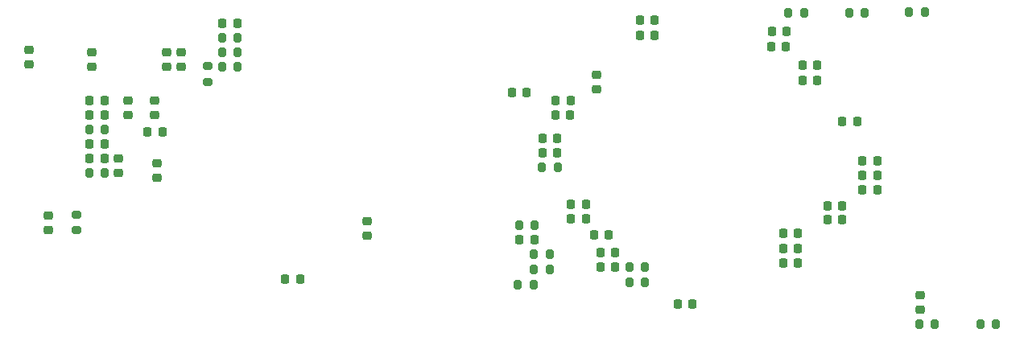
<source format=gbr>
%TF.GenerationSoftware,KiCad,Pcbnew,7.0.6-7.0.6~ubuntu20.04.1*%
%TF.CreationDate,2023-10-29T13:00:39+01:00*%
%TF.ProjectId,amurNutzlast,616d7572-4e75-4747-9a6c-6173742e6b69,rev?*%
%TF.SameCoordinates,Original*%
%TF.FileFunction,Paste,Bot*%
%TF.FilePolarity,Positive*%
%FSLAX46Y46*%
G04 Gerber Fmt 4.6, Leading zero omitted, Abs format (unit mm)*
G04 Created by KiCad (PCBNEW 7.0.6-7.0.6~ubuntu20.04.1) date 2023-10-29 13:00:39*
%MOMM*%
%LPD*%
G01*
G04 APERTURE LIST*
G04 Aperture macros list*
%AMRoundRect*
0 Rectangle with rounded corners*
0 $1 Rounding radius*
0 $2 $3 $4 $5 $6 $7 $8 $9 X,Y pos of 4 corners*
0 Add a 4 corners polygon primitive as box body*
4,1,4,$2,$3,$4,$5,$6,$7,$8,$9,$2,$3,0*
0 Add four circle primitives for the rounded corners*
1,1,$1+$1,$2,$3*
1,1,$1+$1,$4,$5*
1,1,$1+$1,$6,$7*
1,1,$1+$1,$8,$9*
0 Add four rect primitives between the rounded corners*
20,1,$1+$1,$2,$3,$4,$5,0*
20,1,$1+$1,$4,$5,$6,$7,0*
20,1,$1+$1,$6,$7,$8,$9,0*
20,1,$1+$1,$8,$9,$2,$3,0*%
G04 Aperture macros list end*
%ADD10RoundRect,0.225000X-0.225000X-0.250000X0.225000X-0.250000X0.225000X0.250000X-0.225000X0.250000X0*%
%ADD11RoundRect,0.225000X0.250000X-0.225000X0.250000X0.225000X-0.250000X0.225000X-0.250000X-0.225000X0*%
%ADD12RoundRect,0.225000X-0.250000X0.225000X-0.250000X-0.225000X0.250000X-0.225000X0.250000X0.225000X0*%
%ADD13RoundRect,0.225000X0.225000X0.250000X-0.225000X0.250000X-0.225000X-0.250000X0.225000X-0.250000X0*%
%ADD14RoundRect,0.200000X0.200000X0.275000X-0.200000X0.275000X-0.200000X-0.275000X0.200000X-0.275000X0*%
%ADD15RoundRect,0.200000X-0.200000X-0.275000X0.200000X-0.275000X0.200000X0.275000X-0.200000X0.275000X0*%
%ADD16RoundRect,0.200000X0.275000X-0.200000X0.275000X0.200000X-0.275000X0.200000X-0.275000X-0.200000X0*%
%ADD17RoundRect,0.200000X-0.275000X0.200000X-0.275000X-0.200000X0.275000X-0.200000X0.275000X0.200000X0*%
%ADD18RoundRect,0.218750X-0.218750X-0.256250X0.218750X-0.256250X0.218750X0.256250X-0.218750X0.256250X0*%
G04 APERTURE END LIST*
D10*
%TO.C,C44*%
X141175000Y-55550000D03*
X142725000Y-55550000D03*
%TD*%
D11*
%TO.C,C35*%
X73212000Y-39469000D03*
X73212000Y-37919000D03*
%TD*%
D10*
%TO.C,C2*%
X138525000Y-39250000D03*
X140075000Y-39250000D03*
%TD*%
%TO.C,C17*%
X144825000Y-50850000D03*
X146375000Y-50850000D03*
%TD*%
D12*
%TO.C,C37*%
X63772000Y-37891000D03*
X63772000Y-39441000D03*
%TD*%
D13*
%TO.C,C7*%
X122975000Y-34500000D03*
X121425000Y-34500000D03*
%TD*%
D14*
%TO.C,R22*%
X79117000Y-36408000D03*
X77467000Y-36408000D03*
%TD*%
D10*
%TO.C,C33*%
X63547000Y-47584000D03*
X65097000Y-47584000D03*
%TD*%
D14*
%TO.C,R20*%
X79117000Y-37932000D03*
X77467000Y-37932000D03*
%TD*%
%TO.C,R6*%
X138675000Y-33800000D03*
X137025000Y-33800000D03*
%TD*%
%TO.C,R4*%
X151375000Y-33700000D03*
X149725000Y-33700000D03*
%TD*%
%TO.C,R21*%
X79117000Y-39456000D03*
X77467000Y-39456000D03*
%TD*%
%TO.C,R15*%
X110375000Y-56100000D03*
X108725000Y-56100000D03*
%TD*%
D10*
%TO.C,C14*%
X136525000Y-57000000D03*
X138075000Y-57000000D03*
%TD*%
D14*
%TO.C,R7*%
X158865000Y-66562500D03*
X157215000Y-66562500D03*
%TD*%
%TO.C,R16*%
X110225000Y-62400000D03*
X108575000Y-62400000D03*
%TD*%
D13*
%TO.C,C11*%
X112725000Y-46950000D03*
X111175000Y-46950000D03*
%TD*%
%TO.C,C5*%
X115725000Y-53900000D03*
X114175000Y-53900000D03*
%TD*%
D10*
%TO.C,C41*%
X135300000Y-35750000D03*
X136850000Y-35750000D03*
%TD*%
%TO.C,C16*%
X144825000Y-49350000D03*
X146375000Y-49350000D03*
%TD*%
D11*
%TO.C,C15*%
X116900000Y-41825000D03*
X116900000Y-40275000D03*
%TD*%
D13*
%TO.C,C48*%
X114125000Y-43000000D03*
X112575000Y-43000000D03*
%TD*%
D15*
%TO.C,R8*%
X150815000Y-66512500D03*
X152465000Y-66512500D03*
%TD*%
%TO.C,R1*%
X111125000Y-50050000D03*
X112775000Y-50050000D03*
%TD*%
%TO.C,R18*%
X110275000Y-60800000D03*
X111925000Y-60800000D03*
%TD*%
%TO.C,R2*%
X120325000Y-62150000D03*
X121975000Y-62150000D03*
%TD*%
D13*
%TO.C,C8*%
X122975000Y-36100000D03*
X121425000Y-36100000D03*
%TD*%
%TO.C,C28*%
X71193000Y-46314000D03*
X69643000Y-46314000D03*
%TD*%
%TO.C,C24*%
X110325000Y-57600000D03*
X108775000Y-57600000D03*
%TD*%
D14*
%TO.C,R23*%
X65147000Y-46060000D03*
X63497000Y-46060000D03*
%TD*%
%TO.C,R5*%
X145100000Y-33800000D03*
X143450000Y-33800000D03*
%TD*%
D13*
%TO.C,C49*%
X114100000Y-44500000D03*
X112550000Y-44500000D03*
%TD*%
%TO.C,C18*%
X109525000Y-42150000D03*
X107975000Y-42150000D03*
%TD*%
D15*
%TO.C,R24*%
X63497000Y-50632000D03*
X65147000Y-50632000D03*
%TD*%
D11*
%TO.C,C27*%
X66608000Y-50645000D03*
X66608000Y-49095000D03*
%TD*%
D13*
%TO.C,C10*%
X112725000Y-48500000D03*
X111175000Y-48500000D03*
%TD*%
D10*
%TO.C,C12*%
X142725000Y-45200000D03*
X144275000Y-45200000D03*
%TD*%
%TO.C,C3*%
X136523008Y-60123050D03*
X138073008Y-60123050D03*
%TD*%
D11*
%TO.C,C43*%
X92770000Y-57249000D03*
X92770000Y-55699000D03*
%TD*%
%TO.C,C23*%
X150880000Y-65015000D03*
X150880000Y-63465000D03*
%TD*%
D16*
%TO.C,R19*%
X76006000Y-41043000D03*
X76006000Y-39393000D03*
%TD*%
D10*
%TO.C,C32*%
X63547000Y-49108000D03*
X65097000Y-49108000D03*
%TD*%
D12*
%TO.C,C29*%
X67624000Y-42999000D03*
X67624000Y-44549000D03*
%TD*%
D10*
%TO.C,C1*%
X138500000Y-40850000D03*
X140050000Y-40850000D03*
%TD*%
D13*
%TO.C,C25*%
X79067000Y-34884000D03*
X77517000Y-34884000D03*
%TD*%
D17*
%TO.C,R27*%
X62163000Y-55014000D03*
X62163000Y-56664000D03*
%TD*%
D12*
%TO.C,C42*%
X59242000Y-55064000D03*
X59242000Y-56614000D03*
%TD*%
D13*
%TO.C,C46*%
X118825000Y-59000000D03*
X117275000Y-59000000D03*
%TD*%
D11*
%TO.C,C26*%
X70672000Y-51153000D03*
X70672000Y-49603000D03*
%TD*%
D15*
%TO.C,R17*%
X110275000Y-59150000D03*
X111925000Y-59150000D03*
%TD*%
D11*
%TO.C,C38*%
X57168000Y-39200000D03*
X57168000Y-37650000D03*
%TD*%
D10*
%TO.C,C30*%
X63547000Y-43012000D03*
X65097000Y-43012000D03*
%TD*%
%TO.C,C4*%
X136525000Y-58550000D03*
X138075000Y-58550000D03*
%TD*%
D13*
%TO.C,C9*%
X126975000Y-64450000D03*
X125425000Y-64450000D03*
%TD*%
%TO.C,C47*%
X118850000Y-60510000D03*
X117300000Y-60510000D03*
%TD*%
D11*
%TO.C,C36*%
X71688000Y-39469000D03*
X71688000Y-37919000D03*
%TD*%
D10*
%TO.C,C39*%
X84121000Y-61808000D03*
X85671000Y-61808000D03*
%TD*%
%TO.C,C45*%
X141175000Y-54050000D03*
X142725000Y-54050000D03*
%TD*%
%TO.C,C40*%
X135250000Y-37300000D03*
X136800000Y-37300000D03*
%TD*%
D13*
%TO.C,C13*%
X118175000Y-57100000D03*
X116625000Y-57100000D03*
%TD*%
%TO.C,C6*%
X115725000Y-55450000D03*
X114175000Y-55450000D03*
%TD*%
D18*
%TO.C,D1*%
X144812500Y-52400000D03*
X146387500Y-52400000D03*
%TD*%
D14*
%TO.C,R3*%
X121950000Y-60550000D03*
X120300000Y-60550000D03*
%TD*%
D10*
%TO.C,C31*%
X63547000Y-44536000D03*
X65097000Y-44536000D03*
%TD*%
D12*
%TO.C,C34*%
X70418000Y-42999000D03*
X70418000Y-44549000D03*
%TD*%
M02*

</source>
